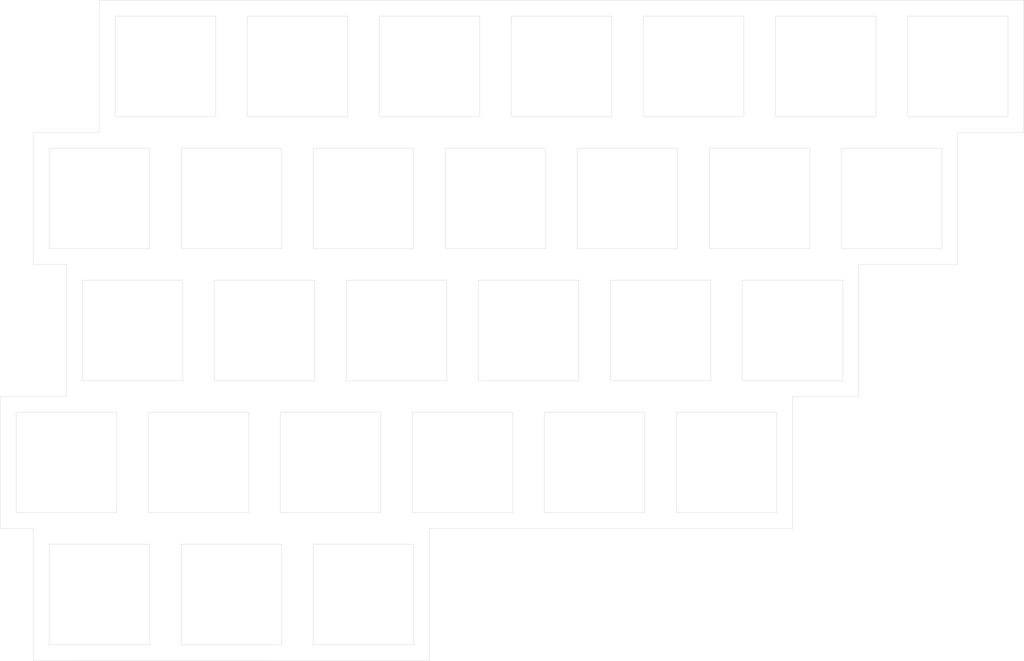
<source format=kicad_pcb>
(kicad_pcb (version 20241229) (generator "pcbnew") (generator_version "9.0")
  (layers (0 "F.Cu" power) (2 "B.Cu" signal) (13 "F.Paste" user) (15 "B.Paste" user) (5 "F.SilkS" user "F.Silkscreen") (7 "B.SilkS" user "B.Silkscreen") (1 "F.Mask" user) (3 "B.Mask" user) (25 "Edge.Cuts" user))
  (net 0 "")
  (footprint "footprints:filler-plate" (layer "F.Cu") (at 227.70684 146.149096)
    (property "Reference" "REF**" (hide yes))
    (property "Value" "switch-plate" (hide yes))
    (fp_rect (start -7.25 -7.25) (end 7.25 7.25) (stroke (width 0.05)) (fill no) (layer "Edge.Cuts") (net 1))
  )
  (footprint "footprints:filler-plate" (layer "F.Cu") (at 294.381784 165.19908)
    (property "Reference" "REF**" (hide yes))
    (property "Value" "switch-plate" (hide yes))
    (fp_rect (start -7.25 -7.25) (end 7.25 7.25) (stroke (width 0.05)) (fill no) (layer "Edge.Cuts"))
  )
  (footprint "footprints:filler-plate" (layer "F.Cu") (at 327.719256 108.049128)
    (property "Reference" "REF**" (hide yes))
    (property "Value" "switch-plate" (hide yes))
    (fp_rect (start -7.25 -7.25) (end 7.25 7.25) (stroke (width 0.05)) (fill no) (layer "Edge.Cuts"))
  )
  (footprint "footprints:filler-plate" (layer "F.Cu") (at 232.469336 108.049128)
    (property "Reference" "REF**" (hide yes))
    (property "Value" "switch-plate" (hide yes))
    (fp_rect (start -7.25 -7.25) (end 7.25 7.25) (stroke (width 0.05)) (fill no) (layer "Edge.Cuts"))
  )
  (footprint "footprints:filler-plate" (layer "F.Cu") (at 270.569304 108.049128)
    (property "Reference" "REF**" (hide yes))
    (property "Value" "switch-plate" (hide yes))
    (fp_rect (start -7.25 -7.25) (end 7.25 7.25) (stroke (width 0.05)) (fill no) (layer "Edge.Cuts"))
  )
  (footprint "footprints:filler-plate" (layer "F.Cu") (at 313.431768 165.19908)
    (property "Reference" "REF**" (hide yes))
    (property "Value" "switch-plate" (hide yes))
    (fp_rect (start -7.25 -7.25) (end 7.25 7.25) (stroke (width 0.05)) (fill no) (layer "Edge.Cuts"))
  )
  (footprint "footprints:filler-plate" (layer "F.Cu") (at 241.994328 127.099112)
    (property "Reference" "REF**" (hide yes))
    (property "Value" "switch-plate" (hide yes))
    (fp_rect (start -7.25 -7.25) (end 7.25 7.25) (stroke (width 0.05)) (fill no) (layer "Edge.Cuts"))
  )
  (footprint "footprints:filler-plate" (layer "F.Cu") (at 322.95676 146.149096)
    (property "Reference" "REF**" (hide yes))
    (property "Value" "switch-plate" (hide yes))
    (fp_rect (start -7.25 -7.25) (end 7.25 7.25) (stroke (width 0.05)) (fill no) (layer "Edge.Cuts") (net 1))
  )
  (footprint "footprints:filler-plate" (layer "F.Cu") (at 241.994328 184.249064)
    (property "Reference" "REF**" (hide yes))
    (property "Value" "switch-plate" (hide yes))
    (fp_rect (start -7.25 -7.25) (end 7.25 7.25) (stroke (width 0.05)) (fill no) (layer "Edge.Cuts") (net 1))
  )
  (footprint "footprints:filler-plate" (layer "F.Cu") (at 261.044312 127.099112)
    (property "Reference" "REF**" (hide yes))
    (property "Value" "switch-plate" (hide yes))
    (fp_rect (start -7.25 -7.25) (end 7.25 7.25) (stroke (width 0.05)) (fill no) (layer "Edge.Cuts"))
  )
  (footprint "footprints:filler-plate" (layer "F.Cu") (at 308.669272 108.049128)
    (property "Reference" "REF**" (hide yes))
    (property "Value" "switch-plate" (hide yes))
    (fp_rect (start -7.25 -7.25) (end 7.25 7.25) (stroke (width 0.05)) (fill no) (layer "Edge.Cuts"))
  )
  (footprint "footprints:filler-plate" (layer "F.Cu") (at 289.619288 108.049128)
    (property "Reference" "REF**" (hide yes))
    (property "Value" "switch-plate" (hide yes))
    (fp_rect (start -7.25 -7.25) (end 7.25 7.25) (stroke (width 0.05)) (fill no) (layer "Edge.Cuts"))
  )
  (footprint "MountingHole:MountingHole_2.2mm_M2" (layer "F.Cu") (at 227.70684 174.12876)
    (property "Reference" "M2" (hide yes))
    (property "Value" "MountingHole_2.2mm_M2" (hide yes))
    (pad "" np_thru_hole circle (at 0 0) (size 2.2 2.2) (drill 2.2) (layers "*.Cu" "*.Mask"))
  )
  (footprint "footprints:filler-plate" (layer "F.Cu") (at 222.944344 127.099112)
    (property "Reference" "REF**" (hide yes))
    (property "Value" "switch-plate" (hide yes))
    (fp_rect (start -7.25 -7.25) (end 7.25 7.25) (stroke (width 0.05)) (fill no) (layer "Edge.Cuts"))
  )
  (footprint "MountingHole:MountingHole_2.2mm_M2" (layer "F.Cu") (at 275.3318 136.624104)
    (property "Reference" "M2" (hide yes))
    (property "Value" "MountingHole_2.2mm_M2" (hide yes))
    (pad "" np_thru_hole circle (at 0 0) (size 2.2 2.2) (drill 2.2) (layers "*.Cu" "*.Mask"))
  )
  (footprint "footprints:filler-plate" (layer "F.Cu") (at 218.181848 165.19908)
    (property "Reference" "REF**" (hide yes))
    (property "Value" "switch-plate" (hide yes))
    (fp_rect (start -7.25 -7.25) (end 7.25 7.25) (stroke (width 0.05)) (fill no) (layer "Edge.Cuts"))
  )
  (footprint "MountingHole:MountingHole_2.2mm_M2" (layer "F.Cu") (at 280.094296 102.096008)
    (property "Reference" "M2" (hide yes))
    (property "Value" "MountingHole_2.2mm_M2" (hide yes))
    (pad "" np_thru_hole circle (at 0 0) (size 2.2 2.2) (drill 2.2) (layers "*.Cu" "*.Mask"))
  )
  (footprint "footprints:filler-plate" (layer "F.Cu") (at 222.944344 184.249064)
    (property "Reference" "REF**" (hide yes))
    (property "Value" "switch-plate" (hide yes))
    (fp_rect (start -7.25 -7.25) (end 7.25 7.25) (stroke (width 0.05)) (fill no) (layer "Edge.Cuts") (net 1))
  )
  (footprint "footprints:filler-plate" (layer "F.Cu") (at 265.806808 146.149096)
    (property "Reference" "REF**" (hide yes))
    (property "Value" "switch-plate" (hide yes))
    (fp_rect (start -7.25 -7.25) (end 7.25 7.25) (stroke (width 0.05)) (fill no) (layer "Edge.Cuts") (net 1))
  )
  (footprint "footprints:filler-plate" (layer "F.Cu") (at 299.14428 127.099112)
    (property "Reference" "REF**" (hide yes))
    (property "Value" "switch-plate" (hide yes))
    (fp_rect (start -7.25 -7.25) (end 7.25 7.25) (stroke (width 0.05)) (fill no) (layer "Edge.Cuts"))
  )
  (footprint "footprints:filler-plate" (layer "F.Cu") (at 246.756824 146.149096)
    (property "Reference" "REF**" (hide yes))
    (property "Value" "switch-plate" (hide yes))
    (fp_rect (start -7.25 -7.25) (end 7.25 7.25) (stroke (width 0.05)) (fill no) (layer "Edge.Cuts") (net 1))
  )
  (footprint "MountingHole:MountingHole_2.2mm_M2" (layer "F.Cu") (at 337.244248 116.978808)
    (property "Reference" "M2" (hide yes))
    (property "Value" "MountingHole_2.2mm_M2" (hide yes))
    (pad "" np_thru_hole circle (at 0 0) (size 2.2 2.2) (drill 2.2) (layers "*.Cu" "*.Mask"))
  )
  (footprint "MountingHole:MountingHole_2.2mm_M2" (layer "F.Cu") (at 227.70684 156.2694)
    (property "Reference" "M2" (hide yes))
    (property "Value" "MountingHole_2.2mm_M2" (hide yes))
    (pad "" np_thru_hole circle (at 0 0) (size 2.2 2.2) (drill 2.2) (layers "*.Cu" "*.Mask"))
  )
  (footprint "footprints:filler-plate" (layer "F.Cu") (at 261.044312 184.249064)
    (property "Reference" "REF**" (hide yes))
    (property "Value" "switch-plate" (hide yes))
    (fp_rect (start -7.25 -7.25) (end 7.25 7.25) (stroke (width 0.05)) (fill no) (layer "Edge.Cuts") (net 1))
  )
  (footprint "footprints:filler-plate" (layer "F.Cu") (at 346.76924 108.049128)
    (property "Reference" "REF**" (hide yes))
    (property "Value" "switch-plate" (hide yes))
    (fp_rect (start -7.25 -7.25) (end 7.25 7.25) (stroke (width 0.05)) (fill no) (layer "Edge.Cuts"))
  )
  (footprint "MountingHole:MountingHole_2.2mm_M2" (layer "F.Cu") (at 265.806808 174.12876)
    (property "Reference" "M2" (hide yes))
    (property "Value" "MountingHole_2.2mm_M2" (hide yes))
    (pad "" np_thru_hole circle (at 0 0) (size 2.2 2.2) (drill 2.2) (layers "*.Cu" "*.Mask"))
  )
  (footprint "footprints:filler-plate" (layer "F.Cu") (at 251.51932 108.049128)
    (property "Reference" "REF**" (hide yes))
    (property "Value" "switch-plate" (hide yes))
    (fp_rect (start -7.25 -7.25) (end 7.25 7.25) (stroke (width 0.05)) (fill no) (layer "Edge.Cuts"))
  )
  (footprint "footprints:filler-plate" (layer "F.Cu") (at 256.281816 165.19908)
    (property "Reference" "REF**" (hide yes))
    (property "Value" "switch-plate" (hide yes))
    (fp_rect (start -7.25 -7.25) (end 7.25 7.25) (stroke (width 0.05)) (fill no) (layer "Edge.Cuts"))
  )
  (footprint "MountingHole:MountingHole_2.2mm_M2" (layer "F.Cu") (at 313.431768 155.078776)
    (property "Reference" "M2" (hide yes))
    (property "Value" "MountingHole_2.2mm_M2" (hide yes))
    (pad "" np_thru_hole circle (at 0 0) (size 2.2 2.2) (drill 2.2) (layers "*.Cu" "*.Mask"))
  )
  (footprint "MountingHole:MountingHole_2.2mm_M2" (layer "F.Cu") (at 232.469336 118.169432)
    (property "Reference" "M2" (hide yes))
    (property "Value" "MountingHole_2.2mm_M2" (hide yes))
    (pad "" np_thru_hole circle (at 0 0) (size 2.2 2.2) (drill 2.2) (layers "*.Cu" "*.Mask"))
  )
  (footprint "footprints:filler-plate" (layer "F.Cu") (at 337.244248 127.099112)
    (property "Reference" "REF**" (hide yes))
    (property "Value" "switch-plate" (hide yes))
    (fp_rect (start -7.25 -7.25) (end 7.25 7.25) (stroke (width 0.05)) (fill no) (layer "Edge.Cuts"))
  )
  (footprint "footprints:filler-plate" (layer "F.Cu") (at 275.3318 165.19908)
    (property "Reference" "REF**" (hide yes))
    (property "Value" "switch-plate" (hide yes))
    (fp_rect (start -7.25 -7.25) (end 7.25 7.25) (stroke (width 0.05)) (fill no) (layer "Edge.Cuts"))
  )
  (footprint "footprints:filler-plate" (layer "F.Cu") (at 237.231832 165.19908)
    (property "Reference" "REF**" (hide yes))
    (property "Value" "switch-plate" (hide yes))
    (fp_rect (start -7.25 -7.25) (end 7.25 7.25) (stroke (width 0.05)) (fill no) (layer "Edge.Cuts"))
  )
  (footprint "footprints:filler-plate" (layer "F.Cu") (at 280.094296 127.099112)
    (property "Reference" "REF**" (hide yes))
    (property "Value" "switch-plate" (hide yes))
    (fp_rect (start -7.25 -7.25) (end 7.25 7.25) (stroke (width 0.05)) (fill no) (layer "Edge.Cuts"))
  )
  (footprint "footprints:filler-plate" (layer "F.Cu") (at 284.856792 146.149096)
    (property "Reference" "REF**" (hide yes))
    (property "Value" "switch-plate" (hide yes))
    (fp_rect (start -7.25 -7.25) (end 7.25 7.25) (stroke (width 0.05)) (fill no) (layer "Edge.Cuts") (net 1))
  )
  (footprint "footprints:filler-plate" (layer "F.Cu") (at 318.194264 127.099112)
    (property "Reference" "REF**" (hide yes))
    (property "Value" "switch-plate" (hide yes))
    (fp_rect (start -7.25 -7.25) (end 7.25 7.25) (stroke (width 0.05)) (fill no) (layer "Edge.Cuts"))
  )
  (footprint "footprints:filler-plate" (layer "F.Cu") (at 303.906776 146.149096)
    (property "Reference" "REF**" (hide yes))
    (property "Value" "switch-plate" (hide yes))
    (fp_rect (start -7.25 -7.25) (end 7.25 7.25) (stroke (width 0.05)) (fill no) (layer "Edge.Cuts") (net 1))
  )
  (gr_line (start 270.569304 174.724072) (end 270.569409 193.7699) (stroke (width 0.05)) (layer "Edge.Cuts"))
  (gr_line (start 332.481856 155.674088) (end 322.956856 155.674088) (stroke (width 0.05)) (layer "Edge.Cuts"))
  (gr_line (start 213.419356 117.574088) (end 222.944356 117.574088) (stroke (width 0.05)) (layer "Edge.Cuts"))
  (gr_line (start 208.656856 155.674088) (end 218.181856 155.674088) (stroke (width 0.05)) (layer "Edge.Cuts"))
  (gr_line (start 218.181856 136.624088) (end 213.419356 136.624088) (stroke (width 0.05)) (layer "Edge.Cuts"))
  (gr_line (start 213.419356 136.624088) (end 213.419356 117.574088) (stroke (width 0.05)) (layer "Edge.Cuts"))
  (gr_line (start 213.419352 193.774088) (end 213.419352 174.724088) (stroke (width 0.05)) (layer "Edge.Cuts"))
  (gr_line (start 356.294356 117.574088) (end 346.769356 117.574088) (stroke (width 0.05)) (layer "Edge.Cuts"))
  (gr_line (start 332.481856 136.624088) (end 332.481856 155.674088) (stroke (width 0.05)) (layer "Edge.Cuts"))
  (gr_line (start 213.419352 193.774056) (end 270.569409 193.7699) (stroke (width 0.05)) (layer "Edge.Cuts"))
  (gr_line (start 222.944356 117.574088) (end 222.944356 98.524088) (stroke (width 0.05)) (layer "Edge.Cuts"))
  (gr_line (start 346.769356 136.624088) (end 332.481856 136.624088) (stroke (width 0.05)) (layer "Edge.Cuts"))
  (gr_line (start 322.956856 174.724088) (end 270.569304 174.724072) (stroke (width 0.05)) (layer "Edge.Cuts"))
  (gr_line (start 322.956856 155.674088) (end 322.956856 174.724088) (stroke (width 0.05)) (layer "Edge.Cuts"))
  (gr_line (start 356.294413 117.569932) (end 356.294356 98.524088) (stroke (width 0.05)) (layer "Edge.Cuts"))
  (gr_line (start 346.769356 117.574088) (end 346.769356 136.624088) (stroke (width 0.05)) (layer "Edge.Cuts"))
  (gr_line (start 208.656856 155.674088) (end 208.656856 174.724088) (stroke (width 0.05)) (layer "Edge.Cuts"))
  (gr_line (start 213.419352 174.724088) (end 208.656856 174.724088) (stroke (width 0.05)) (layer "Edge.Cuts"))
  (gr_line (start 218.181856 155.674088) (end 218.181856 136.624088) (stroke (width 0.05)) (layer "Edge.Cuts"))
  (gr_line (start 222.944356 98.524136) (end 356.294356 98.524088) (stroke (width 0.05)) (layer "Edge.Cuts"))
)
</source>
